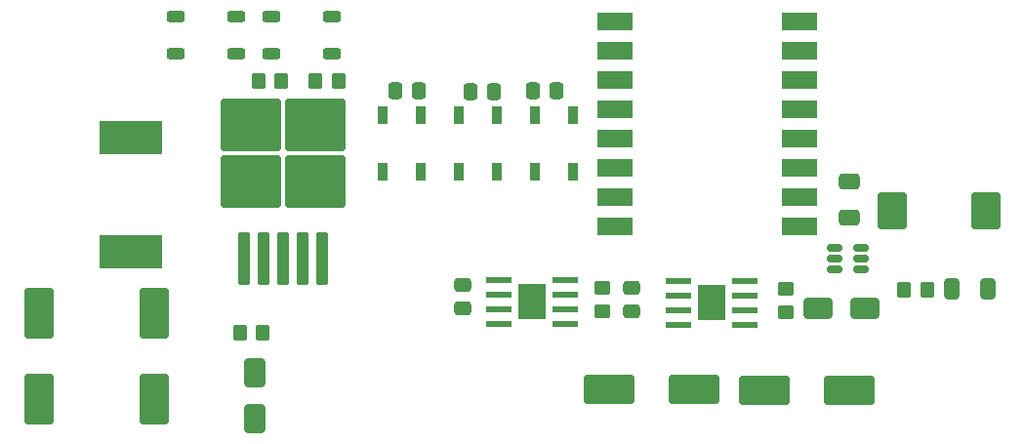
<source format=gbr>
%TF.GenerationSoftware,KiCad,Pcbnew,9.0.1+1*%
%TF.CreationDate,2025-05-17T11:18:49+02:00*%
%TF.ProjectId,WikiSumo_v25,57696b69-5375-46d6-9f5f-7632352e6b69,rev?*%
%TF.SameCoordinates,Original*%
%TF.FileFunction,Paste,Top*%
%TF.FilePolarity,Positive*%
%FSLAX46Y46*%
G04 Gerber Fmt 4.6, Leading zero omitted, Abs format (unit mm)*
G04 Created by KiCad (PCBNEW 9.0.1+1) date 2025-05-17 11:18:49*
%MOMM*%
%LPD*%
G01*
G04 APERTURE LIST*
G04 Aperture macros list*
%AMRoundRect*
0 Rectangle with rounded corners*
0 $1 Rounding radius*
0 $2 $3 $4 $5 $6 $7 $8 $9 X,Y pos of 4 corners*
0 Add a 4 corners polygon primitive as box body*
4,1,4,$2,$3,$4,$5,$6,$7,$8,$9,$2,$3,0*
0 Add four circle primitives for the rounded corners*
1,1,$1+$1,$2,$3*
1,1,$1+$1,$4,$5*
1,1,$1+$1,$6,$7*
1,1,$1+$1,$8,$9*
0 Add four rect primitives between the rounded corners*
20,1,$1+$1,$2,$3,$4,$5,0*
20,1,$1+$1,$4,$5,$6,$7,0*
20,1,$1+$1,$6,$7,$8,$9,0*
20,1,$1+$1,$8,$9,$2,$3,0*%
G04 Aperture macros list end*
%ADD10RoundRect,0.250000X-0.475000X0.337500X-0.475000X-0.337500X0.475000X-0.337500X0.475000X0.337500X0*%
%ADD11RoundRect,0.250000X0.525000X0.250000X-0.525000X0.250000X-0.525000X-0.250000X0.525000X-0.250000X0*%
%ADD12RoundRect,0.250000X-0.350000X-0.450000X0.350000X-0.450000X0.350000X0.450000X-0.350000X0.450000X0*%
%ADD13RoundRect,0.250000X1.950000X1.000000X-1.950000X1.000000X-1.950000X-1.000000X1.950000X-1.000000X0*%
%ADD14RoundRect,0.250000X-1.000000X1.950000X-1.000000X-1.950000X1.000000X-1.950000X1.000000X1.950000X0*%
%ADD15RoundRect,0.250000X0.337500X0.475000X-0.337500X0.475000X-0.337500X-0.475000X0.337500X-0.475000X0*%
%ADD16RoundRect,0.150000X0.512500X0.150000X-0.512500X0.150000X-0.512500X-0.150000X0.512500X-0.150000X0*%
%ADD17RoundRect,0.250000X0.350000X0.450000X-0.350000X0.450000X-0.350000X-0.450000X0.350000X-0.450000X0*%
%ADD18RoundRect,0.250000X-0.450000X0.350000X-0.450000X-0.350000X0.450000X-0.350000X0.450000X0.350000X0*%
%ADD19RoundRect,0.250000X-0.650000X1.000000X-0.650000X-1.000000X0.650000X-1.000000X0.650000X1.000000X0*%
%ADD20RoundRect,0.090000X-0.360000X0.660000X-0.360000X-0.660000X0.360000X-0.660000X0.360000X0.660000X0*%
%ADD21R,5.400000X2.900000*%
%ADD22RoundRect,0.250000X0.412500X0.650000X-0.412500X0.650000X-0.412500X-0.650000X0.412500X-0.650000X0*%
%ADD23RoundRect,0.250000X0.650000X-0.412500X0.650000X0.412500X-0.650000X0.412500X-0.650000X-0.412500X0*%
%ADD24RoundRect,0.250000X0.300000X-2.050000X0.300000X2.050000X-0.300000X2.050000X-0.300000X-2.050000X0*%
%ADD25RoundRect,0.250000X2.375000X-2.025000X2.375000X2.025000X-2.375000X2.025000X-2.375000X-2.025000X0*%
%ADD26RoundRect,0.250000X-1.000000X-0.650000X1.000000X-0.650000X1.000000X0.650000X-1.000000X0.650000X0*%
%ADD27RoundRect,0.250000X-1.000000X-1.350000X1.000000X-1.350000X1.000000X1.350000X-1.000000X1.350000X0*%
%ADD28R,2.400000X3.100000*%
%ADD29R,2.200000X0.500000*%
%ADD30R,3.025000X1.524000*%
G04 APERTURE END LIST*
D10*
%TO.C,C13*%
X162430000Y-96092500D03*
X162430000Y-98167500D03*
%TD*%
%TO.C,C11*%
X147790000Y-95855000D03*
X147790000Y-97930000D03*
%TD*%
D11*
%TO.C,SW2*%
X136450000Y-75780000D03*
X131200000Y-75780000D03*
X136450000Y-72580000D03*
X131200000Y-72580000D03*
%TD*%
%TO.C,SW1*%
X128150000Y-75790000D03*
X122900000Y-75790000D03*
X128150000Y-72590000D03*
X122900000Y-72590000D03*
%TD*%
D12*
%TO.C,R8*%
X135050000Y-78140000D03*
X137050000Y-78140000D03*
%TD*%
D13*
%TO.C,C14*%
X167880000Y-104960000D03*
X160480000Y-104960000D03*
%TD*%
D14*
%TO.C,C4*%
X111050000Y-98360000D03*
X111050000Y-105760000D03*
%TD*%
D15*
%TO.C,C9*%
X150537500Y-79110000D03*
X148462500Y-79110000D03*
%TD*%
D16*
%TO.C,U6*%
X182365000Y-94540000D03*
X182365000Y-93590000D03*
X182365000Y-92640000D03*
X180090000Y-92640000D03*
X180090000Y-93590000D03*
X180090000Y-94540000D03*
%TD*%
D17*
%TO.C,R6*%
X130500000Y-100000000D03*
X128500000Y-100000000D03*
%TD*%
D18*
%TO.C,R9*%
X159950000Y-96150000D03*
X159950000Y-98150000D03*
%TD*%
D19*
%TO.C,D2*%
X129750000Y-103500000D03*
X129750000Y-107500000D03*
%TD*%
D20*
%TO.C,D6*%
X144160000Y-81170000D03*
X140860000Y-81170000D03*
X140860000Y-86070000D03*
X144160000Y-86070000D03*
%TD*%
%TO.C,D4*%
X157400000Y-81170000D03*
X154100000Y-81170000D03*
X154100000Y-86070000D03*
X157400000Y-86070000D03*
%TD*%
D15*
%TO.C,C10*%
X144045000Y-79060000D03*
X141970000Y-79060000D03*
%TD*%
%TO.C,C8*%
X155957500Y-79020000D03*
X153882500Y-79020000D03*
%TD*%
D21*
%TO.C,L2*%
X119000000Y-92950000D03*
X119000000Y-83050000D03*
%TD*%
D18*
%TO.C,R10*%
X175800000Y-96230000D03*
X175800000Y-98230000D03*
%TD*%
D12*
%TO.C,R5*%
X186080000Y-96250000D03*
X188080000Y-96250000D03*
%TD*%
D20*
%TO.C,D5*%
X150780000Y-81170000D03*
X147480000Y-81170000D03*
X147480000Y-86070000D03*
X150780000Y-86070000D03*
%TD*%
D13*
%TO.C,C12*%
X181370000Y-104980000D03*
X173970000Y-104980000D03*
%TD*%
D22*
%TO.C,C2*%
X193360000Y-96200000D03*
X190235000Y-96200000D03*
%TD*%
D23*
%TO.C,C1*%
X181380000Y-90012500D03*
X181380000Y-86887500D03*
%TD*%
D24*
%TO.C,U7*%
X128825000Y-93575000D03*
X130525000Y-93575000D03*
X132225000Y-93575000D03*
D25*
X129450000Y-86850000D03*
X135000000Y-86850000D03*
X129450000Y-82000000D03*
X135000000Y-82000000D03*
D24*
X133925000Y-93575000D03*
X135625000Y-93575000D03*
%TD*%
D26*
%TO.C,D1*%
X178660000Y-97920000D03*
X182660000Y-97920000D03*
%TD*%
D27*
%TO.C,L1*%
X185090000Y-89462500D03*
X193190000Y-89462500D03*
%TD*%
D28*
%TO.C,U2*%
X153795000Y-97345000D03*
D29*
X156670000Y-99250000D03*
X156670000Y-97980000D03*
X156670000Y-96710000D03*
X156670000Y-95440000D03*
X150920000Y-95440000D03*
X150920000Y-96710000D03*
X150920000Y-97980000D03*
X150920000Y-99250000D03*
%TD*%
D28*
%TO.C,U5*%
X169375000Y-97405000D03*
D29*
X172250000Y-99310000D03*
X172250000Y-98040000D03*
X172250000Y-96770000D03*
X172250000Y-95500000D03*
X166500000Y-95500000D03*
X166500000Y-96770000D03*
X166500000Y-98040000D03*
X166500000Y-99310000D03*
%TD*%
D14*
%TO.C,C3*%
X121100000Y-98360000D03*
X121100000Y-105760000D03*
%TD*%
D30*
%TO.C,U1*%
X177000000Y-90780000D03*
X177000000Y-88240000D03*
X177000000Y-85700000D03*
X177000000Y-83160000D03*
X177000000Y-78080000D03*
X177000000Y-80620000D03*
X161030000Y-73000000D03*
X177000000Y-73000000D03*
X161030000Y-75540000D03*
X161030000Y-78080000D03*
X161030000Y-80620000D03*
X161030000Y-83160000D03*
X161030000Y-85700000D03*
X161030000Y-88240000D03*
X161030000Y-90780000D03*
X177000000Y-75540000D03*
%TD*%
D12*
%TO.C,R7*%
X130095000Y-78150000D03*
X132095000Y-78150000D03*
%TD*%
M02*

</source>
